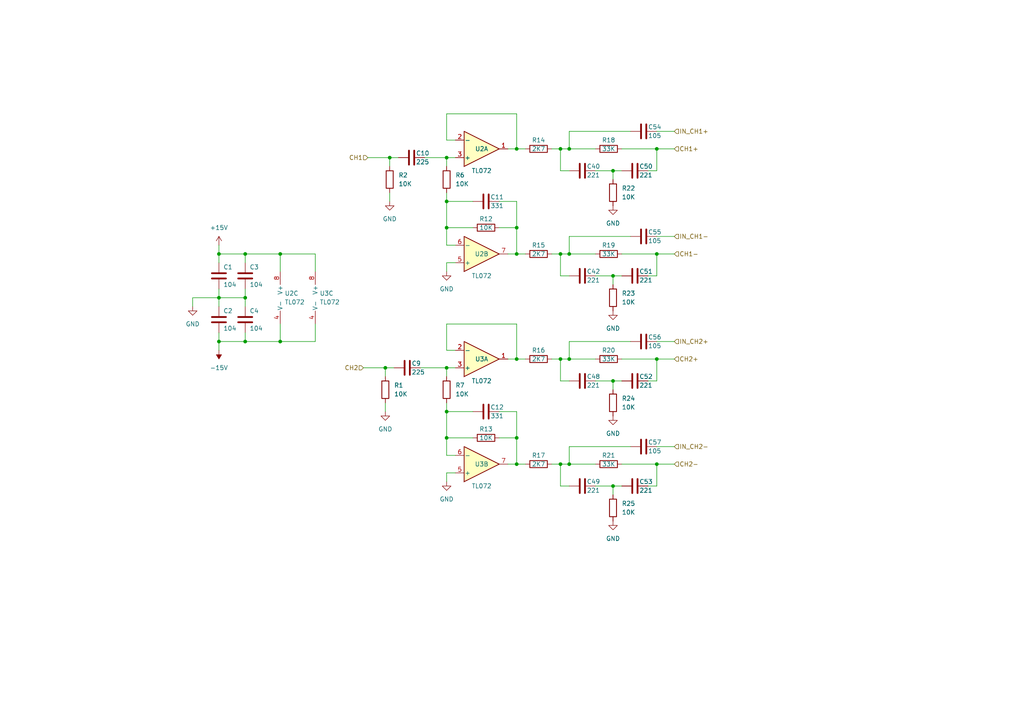
<source format=kicad_sch>
(kicad_sch (version 20231120) (generator "eeschema") (generator_version "8.0")
  (paper "A4")
  (lib_symbols
    (symbol "Amplifier_Operational:TL072" (pin_names (offset 0.127))
      (property "Reference" "U" (at 0 5.08 0))
      (property "Value" "TL072" (at 0 -5.08 0))
      (symbol "TL072_1_1"
        (polyline (pts (xy -5.08 5.08) (xy 5.08 0) (xy -5.08 -5.08) (xy -5.08 5.08)) (stroke (width 0.254)) (fill (type background)))
        (pin output line (at 7.62 0 180) (length 2.54) (name "~") (number "1"))
        (pin input line (at -7.62 -2.54 0) (length 2.54) (name "-") (number "2"))
        (pin input line (at -7.62 2.54 0) (length 2.54) (name "+") (number "3"))
      )
      (symbol "TL072_2_1"
        (polyline (pts (xy -5.08 5.08) (xy 5.08 0) (xy -5.08 -5.08) (xy -5.08 5.08)) (stroke (width 0.254)) (fill (type background)))
        (pin input line (at -7.62 2.54 0) (length 2.54) (name "+") (number "5"))
        (pin input line (at -7.62 -2.54 0) (length 2.54) (name "-") (number "6"))
        (pin output line (at 7.62 0 180) (length 2.54) (name "~") (number "7"))
      )
      (symbol "TL072_3_1"
        (pin power_in line (at -2.54 -7.62 90) (length 3.81) (name "V-") (number "4"))
        (pin power_in line (at -2.54 7.62 270) (length 3.81) (name "V+") (number "8"))
      )
    )
    (symbol "Device:C" (pin_numbers hide) (pin_names (offset 0.254))
      (property "Reference" "C" (at 0.635 2.54 0))
      (property "Value" "C" (at 0.635 -2.54 0))
      (symbol "C_0_1"
        (polyline (pts (xy -2.032 -0.762) (xy 2.032 -0.762)) (stroke (width 0.508)))
        (polyline (pts (xy -2.032 0.762) (xy 2.032 0.762)) (stroke (width 0.508)))
      )
      (symbol "C_1_1"
        (pin passive line (at 0 3.81 270) (length 2.794) (name "~") (number "1"))
        (pin passive line (at 0 -3.81 90) (length 2.794) (name "~") (number "2"))
      )
    )
    (symbol "Device:R" (pin_numbers hide) (pin_names (offset 0))
      (property "Reference" "R" (at 2.032 0 90))
      (property "Value" "R" (at 0 0 90))
      (symbol "R_0_1"
        (rectangle (start -1.016 -2.54) (end 1.016 2.54) (stroke (width 0.254)))
      )
      (symbol "R_1_1"
        (pin passive line (at 0 3.81 270) (length 1.27) (name "~") (number "1"))
        (pin passive line (at 0 -3.81 90) (length 1.27) (name "~") (number "2"))
      )
    )
    (symbol "power:+15V" (power) (pin_names (offset 0))
      (property "Value" "+15V" (at 0 3.556 0))
      (symbol "+15V_0_1"
        (polyline (pts (xy -0.762 1.27) (xy 0 2.54)))
        (polyline (pts (xy 0 0) (xy 0 2.54)))
        (polyline (pts (xy 0 2.54) (xy 0.762 1.27)))
      )
      (symbol "+15V_1_1"
        (pin power_in line (at 0 0 90) (length 0) hide (name "+15V") (number "1"))
      )
    )
    (symbol "power:-15V" (power) (pin_names (offset 0))
      (property "Value" "-15V" (at 0 3.81 0))
      (symbol "-15V_0_0"
        (pin power_in line (at 0 0 90) (length 0) hide (name "-15V") (number "1"))
      )
      (symbol "-15V_0_1"
        (polyline (pts (xy 0 0) (xy 0 1.27) (xy 0.762 1.27) (xy 0 2.54) (xy -0.762 1.27) (xy 0 1.27)) (fill (type outline)))
      )
    )
    (symbol "power:GND" (power) (pin_names (offset 0))
      (property "Value" "GND" (at 0 -3.81 0))
      (symbol "GND_0_1"
        (polyline (pts (xy 0 0) (xy 0 -1.27) (xy 1.27 -1.27) (xy 0 -2.54) (xy -1.27 -1.27) (xy 0 -1.27)))
      )
      (symbol "GND_1_1"
        (pin power_in line (at 0 0 270) (length 0) hide (name "GND") (number "1"))
      )
    )
  )
  (junction (at 165.1 73.66))
  (junction (at 81.28 99.06))
  (junction (at 162.56 73.66))
  (junction (at 111.76 106.68))
  (junction (at 190.5 134.62))
  (junction (at 177.8 140.97))
  (junction (at 71.12 73.66))
  (junction (at 129.54 58.42))
  (junction (at 129.54 45.72))
  (junction (at 63.5 73.66))
  (junction (at 165.1 104.14))
  (junction (at 162.56 43.18))
  (junction (at 162.56 134.62))
  (junction (at 177.8 49.53))
  (junction (at 129.54 119.38))
  (junction (at 165.1 134.62))
  (junction (at 81.28 73.66))
  (junction (at 177.8 110.49))
  (junction (at 149.86 104.14))
  (junction (at 63.5 86.36))
  (junction (at 149.86 73.66))
  (junction (at 71.12 86.36))
  (junction (at 113.03 45.72))
  (junction (at 162.56 104.14))
  (junction (at 149.86 127))
  (junction (at 177.8 80.01))
  (junction (at 129.54 66.04))
  (junction (at 190.5 43.18))
  (junction (at 149.86 66.04))
  (junction (at 129.54 106.68))
  (junction (at 165.1 43.18))
  (junction (at 149.86 43.18))
  (junction (at 63.5 99.06))
  (junction (at 190.5 104.14))
  (junction (at 71.12 99.06))
  (junction (at 149.86 134.62))
  (junction (at 190.5 73.66))
  (junction (at 129.54 127))
  (wire (pts (xy 190.5 104.14) (xy 190.5 110.49)))
  (wire (pts (xy 113.03 45.72) (xy 113.03 48.26)))
  (wire (pts (xy 55.88 86.36) (xy 55.88 88.9)))
  (wire (pts (xy 121.92 106.68) (xy 129.54 106.68)))
  (wire (pts (xy 149.86 127) (xy 149.86 134.62)))
  (wire (pts (xy 129.54 40.64) (xy 132.08 40.64)))
  (wire (pts (xy 165.1 99.06) (xy 165.1 104.14)))
  (wire (pts (xy 71.12 73.66) (xy 71.12 76.2)))
  (wire (pts (xy 71.12 96.52) (xy 71.12 99.06)))
  (wire (pts (xy 63.5 86.36) (xy 55.88 86.36)))
  (wire (pts (xy 162.56 134.62) (xy 162.56 140.97)))
  (wire (pts (xy 63.5 99.06) (xy 63.5 101.6)))
  (wire (pts (xy 165.1 129.54) (xy 165.1 134.62)))
  (wire (pts (xy 177.8 80.01) (xy 177.8 82.55)))
  (wire (pts (xy 172.72 43.18) (xy 165.1 43.18)))
  (wire (pts (xy 149.86 104.14) (xy 152.4 104.14)))
  (wire (pts (xy 190.5 134.62) (xy 195.58 134.62)))
  (wire (pts (xy 71.12 99.06) (xy 81.28 99.06)))
  (wire (pts (xy 165.1 73.66) (xy 162.56 73.66)))
  (wire (pts (xy 132.08 137.16) (xy 129.54 137.16)))
  (wire (pts (xy 190.5 38.1) (xy 195.58 38.1)))
  (wire (pts (xy 165.1 134.62) (xy 162.56 134.62)))
  (wire (pts (xy 147.32 43.18) (xy 149.86 43.18)))
  (wire (pts (xy 132.08 132.08) (xy 129.54 132.08)))
  (wire (pts (xy 177.8 110.49) (xy 180.34 110.49)))
  (wire (pts (xy 177.8 140.97) (xy 177.8 143.51)))
  (wire (pts (xy 180.34 43.18) (xy 190.5 43.18)))
  (wire (pts (xy 190.5 80.01) (xy 187.96 80.01)))
  (wire (pts (xy 162.56 104.14) (xy 162.56 110.49)))
  (wire (pts (xy 63.5 76.2) (xy 63.5 73.66)))
  (wire (pts (xy 129.54 116.84) (xy 129.54 119.38)))
  (wire (pts (xy 129.54 93.98) (xy 149.86 93.98)))
  (wire (pts (xy 180.34 104.14) (xy 190.5 104.14)))
  (wire (pts (xy 129.54 127) (xy 137.16 127)))
  (wire (pts (xy 147.32 73.66) (xy 149.86 73.66)))
  (wire (pts (xy 111.76 106.68) (xy 114.3 106.68)))
  (wire (pts (xy 129.54 45.72) (xy 129.54 48.26)))
  (wire (pts (xy 162.56 110.49) (xy 165.1 110.49)))
  (wire (pts (xy 182.88 99.06) (xy 165.1 99.06)))
  (wire (pts (xy 129.54 119.38) (xy 137.16 119.38)))
  (wire (pts (xy 63.5 96.52) (xy 63.5 99.06)))
  (wire (pts (xy 111.76 106.68) (xy 111.76 109.22)))
  (wire (pts (xy 129.54 40.64) (xy 129.54 33.02)))
  (wire (pts (xy 177.8 49.53) (xy 177.8 52.07)))
  (wire (pts (xy 81.28 93.98) (xy 81.28 99.06)))
  (wire (pts (xy 160.02 134.62) (xy 162.56 134.62)))
  (wire (pts (xy 144.78 66.04) (xy 149.86 66.04)))
  (wire (pts (xy 71.12 83.82) (xy 71.12 86.36)))
  (wire (pts (xy 123.19 45.72) (xy 129.54 45.72)))
  (wire (pts (xy 105.41 106.68) (xy 111.76 106.68)))
  (wire (pts (xy 160.02 104.14) (xy 162.56 104.14)))
  (wire (pts (xy 106.68 45.72) (xy 113.03 45.72)))
  (wire (pts (xy 160.02 43.18) (xy 162.56 43.18)))
  (wire (pts (xy 149.86 93.98) (xy 149.86 104.14)))
  (wire (pts (xy 190.5 140.97) (xy 187.96 140.97)))
  (wire (pts (xy 63.5 86.36) (xy 71.12 86.36)))
  (wire (pts (xy 172.72 73.66) (xy 165.1 73.66)))
  (wire (pts (xy 149.86 66.04) (xy 149.86 73.66)))
  (wire (pts (xy 129.54 76.2) (xy 129.54 78.74)))
  (wire (pts (xy 182.88 68.58) (xy 165.1 68.58)))
  (wire (pts (xy 129.54 33.02) (xy 149.86 33.02)))
  (wire (pts (xy 190.5 43.18) (xy 195.58 43.18)))
  (wire (pts (xy 129.54 66.04) (xy 129.54 71.12)))
  (wire (pts (xy 190.5 49.53) (xy 187.96 49.53)))
  (wire (pts (xy 162.56 140.97) (xy 165.1 140.97)))
  (wire (pts (xy 129.54 101.6) (xy 129.54 93.98)))
  (wire (pts (xy 162.56 49.53) (xy 165.1 49.53)))
  (wire (pts (xy 132.08 76.2) (xy 129.54 76.2)))
  (wire (pts (xy 91.44 73.66) (xy 91.44 78.74)))
  (wire (pts (xy 113.03 55.88) (xy 113.03 58.42)))
  (wire (pts (xy 172.72 104.14) (xy 165.1 104.14)))
  (wire (pts (xy 162.56 73.66) (xy 162.56 80.01)))
  (wire (pts (xy 190.5 99.06) (xy 195.58 99.06)))
  (wire (pts (xy 129.54 127) (xy 129.54 132.08)))
  (wire (pts (xy 63.5 86.36) (xy 63.5 88.9)))
  (wire (pts (xy 165.1 104.14) (xy 162.56 104.14)))
  (wire (pts (xy 180.34 73.66) (xy 190.5 73.66)))
  (wire (pts (xy 165.1 68.58) (xy 165.1 73.66)))
  (wire (pts (xy 129.54 66.04) (xy 137.16 66.04)))
  (wire (pts (xy 172.72 140.97) (xy 177.8 140.97)))
  (wire (pts (xy 160.02 73.66) (xy 162.56 73.66)))
  (wire (pts (xy 190.5 129.54) (xy 195.58 129.54)))
  (wire (pts (xy 149.86 73.66) (xy 152.4 73.66)))
  (wire (pts (xy 177.8 140.97) (xy 180.34 140.97)))
  (wire (pts (xy 132.08 45.72) (xy 129.54 45.72)))
  (wire (pts (xy 190.5 73.66) (xy 195.58 73.66)))
  (wire (pts (xy 132.08 71.12) (xy 129.54 71.12)))
  (wire (pts (xy 129.54 58.42) (xy 137.16 58.42)))
  (wire (pts (xy 144.78 119.38) (xy 149.86 119.38)))
  (wire (pts (xy 91.44 99.06) (xy 91.44 93.98)))
  (wire (pts (xy 172.72 49.53) (xy 177.8 49.53)))
  (wire (pts (xy 81.28 99.06) (xy 91.44 99.06)))
  (wire (pts (xy 129.54 58.42) (xy 129.54 66.04)))
  (wire (pts (xy 182.88 38.1) (xy 165.1 38.1)))
  (wire (pts (xy 177.8 110.49) (xy 177.8 113.03)))
  (wire (pts (xy 177.8 49.53) (xy 180.34 49.53)))
  (wire (pts (xy 71.12 86.36) (xy 71.12 88.9)))
  (wire (pts (xy 63.5 73.66) (xy 71.12 73.66)))
  (wire (pts (xy 172.72 110.49) (xy 177.8 110.49)))
  (wire (pts (xy 172.72 80.01) (xy 177.8 80.01)))
  (wire (pts (xy 182.88 129.54) (xy 165.1 129.54)))
  (wire (pts (xy 113.03 45.72) (xy 115.57 45.72)))
  (wire (pts (xy 71.12 73.66) (xy 81.28 73.66)))
  (wire (pts (xy 63.5 83.82) (xy 63.5 86.36)))
  (wire (pts (xy 63.5 71.12) (xy 63.5 73.66)))
  (wire (pts (xy 129.54 119.38) (xy 129.54 127)))
  (wire (pts (xy 81.28 73.66) (xy 81.28 78.74)))
  (wire (pts (xy 149.86 43.18) (xy 152.4 43.18)))
  (wire (pts (xy 162.56 80.01) (xy 165.1 80.01)))
  (wire (pts (xy 172.72 134.62) (xy 165.1 134.62)))
  (wire (pts (xy 81.28 73.66) (xy 91.44 73.66)))
  (wire (pts (xy 190.5 104.14) (xy 195.58 104.14)))
  (wire (pts (xy 147.32 134.62) (xy 149.86 134.62)))
  (wire (pts (xy 165.1 38.1) (xy 165.1 43.18)))
  (wire (pts (xy 129.54 106.68) (xy 129.54 109.22)))
  (wire (pts (xy 129.54 55.88) (xy 129.54 58.42)))
  (wire (pts (xy 147.32 104.14) (xy 149.86 104.14)))
  (wire (pts (xy 149.86 134.62) (xy 152.4 134.62)))
  (wire (pts (xy 149.86 58.42) (xy 149.86 66.04)))
  (wire (pts (xy 190.5 43.18) (xy 190.5 49.53)))
  (wire (pts (xy 190.5 110.49) (xy 187.96 110.49)))
  (wire (pts (xy 162.56 43.18) (xy 162.56 49.53)))
  (wire (pts (xy 144.78 127) (xy 149.86 127)))
  (wire (pts (xy 129.54 137.16) (xy 129.54 139.7)))
  (wire (pts (xy 190.5 68.58) (xy 195.58 68.58)))
  (wire (pts (xy 132.08 106.68) (xy 129.54 106.68)))
  (wire (pts (xy 144.78 58.42) (xy 149.86 58.42)))
  (wire (pts (xy 190.5 134.62) (xy 190.5 140.97)))
  (wire (pts (xy 180.34 134.62) (xy 190.5 134.62)))
  (wire (pts (xy 111.76 116.84) (xy 111.76 119.38)))
  (wire (pts (xy 165.1 43.18) (xy 162.56 43.18)))
  (wire (pts (xy 149.86 119.38) (xy 149.86 127)))
  (wire (pts (xy 190.5 73.66) (xy 190.5 80.01)))
  (wire (pts (xy 149.86 33.02) (xy 149.86 43.18)))
  (wire (pts (xy 177.8 80.01) (xy 180.34 80.01)))
  (wire (pts (xy 63.5 99.06) (xy 71.12 99.06)))
  (wire (pts (xy 129.54 101.6) (xy 132.08 101.6)))
  (hierarchical_label "IN_CH1+" (shape input) (at 195.58 38.1 0))
  (hierarchical_label "CH1+" (shape input) (at 195.58 43.18 0))
  (hierarchical_label "CH2+" (shape input) (at 195.58 104.14 0))
  (hierarchical_label "IN_CH2+" (shape input) (at 195.58 99.06 0))
  (hierarchical_label "CH1" (shape input) (at 106.68 45.72 180))
  (hierarchical_label "CH2-" (shape input) (at 195.58 134.62 0))
  (hierarchical_label "CH1-" (shape input) (at 195.58 73.66 0))
  (hierarchical_label "IN_CH1-" (shape input) (at 195.58 68.58 0))
  (hierarchical_label "CH2" (shape input) (at 105.41 106.68 180))
  (hierarchical_label "IN_CH2-" (shape input) (at 195.58 129.54 0))
  (symbol (lib_id "Device:C") (at 184.15 140.97 90) (unit 1)
    (property "Reference" "C53" (at 185.42 139.7 90) (effects (justify right)))
    (property "Value" "221" (at 185.42 142.24 90) (effects (justify right)))
    (property "Footprint" "Capacitor_SMD:C_0805_2012Metric" (effects (hide yes)))
  )
  (symbol (lib_id "power:GND") (at 111.76 119.38 0) (unit 1)
    (property "Reference" "#PWR0108" (effects (hide yes)))
    (property "Value" "GND" (at 111.76 124.46 0))
  )
  (symbol (lib_id "Device:C") (at 63.5 92.71 0) (unit 1)
    (property "Reference" "C2" (at 64.77 90.17 0) (effects (justify left)))
    (property "Value" "104" (at 64.77 95.25 0) (effects (justify left)))
    (property "Footprint" "Capacitor_SMD:C_0805_2012Metric" (effects (hide yes)))
  )
  (symbol (lib_id "Device:C") (at 184.15 80.01 90) (unit 1)
    (property "Reference" "C51" (at 185.42 78.74 90) (effects (justify right)))
    (property "Value" "221" (at 185.42 81.28 90) (effects (justify right)))
    (property "Footprint" "Capacitor_SMD:C_0805_2012Metric" (effects (hide yes)))
  )
  (symbol (lib_id "Amplifier_Operational:TL072") (at 93.98 86.36 0) (unit 3)
    (property "Reference" "U3" (at 92.71 85.0899 0) (effects (justify left)))
    (property "Value" "TL072" (at 92.71 87.6299 0) (effects (justify left)))
    (property "Footprint" "Package_SO:SOIC-8_3.9x4.9mm_P1.27mm" (effects (hide yes)))
    (property "Datasheet" "http://www.ti.com/lit/ds/symlink/tl071.pdf" (effects (hide yes)))
  )
  (symbol (lib_id "Device:C") (at 184.15 110.49 90) (unit 1)
    (property "Reference" "C52" (at 185.42 109.22 90) (effects (justify right)))
    (property "Value" "221" (at 185.42 111.76 90) (effects (justify right)))
    (property "Footprint" "Capacitor_SMD:C_0805_2012Metric" (effects (hide yes)))
  )
  (symbol (lib_id "power:GND") (at 113.03 58.42 0) (unit 1)
    (property "Reference" "#PWR0122" (effects (hide yes)))
    (property "Value" "GND" (at 113.03 63.5 0))
  )
  (symbol (lib_id "Device:R") (at 129.54 52.07 0) (unit 1)
    (property "Reference" "R6" (at 132.08 50.7999 0) (effects (justify left)))
    (property "Value" "10K" (at 132.08 53.3399 0) (effects (justify left)))
    (property "Footprint" "Resistor_SMD:R_0805_2012Metric" (effects (hide yes)))
  )
  (symbol (lib_id "Device:C") (at 186.69 38.1 90) (unit 1)
    (property "Reference" "C54" (at 187.96 36.83 90) (effects (justify right)))
    (property "Value" "105" (at 187.96 39.37 90) (effects (justify right)))
    (property "Footprint" "Capacitor_SMD:C_0805_2012Metric" (effects (hide yes)))
  )
  (symbol (lib_id "Device:C") (at 184.15 49.53 90) (unit 1)
    (property "Reference" "C50" (at 185.42 48.26 90) (effects (justify right)))
    (property "Value" "221" (at 185.42 50.8 90) (effects (justify right)))
    (property "Footprint" "Capacitor_SMD:C_0805_2012Metric" (effects (hide yes)))
  )
  (symbol (lib_id "Device:C") (at 186.69 68.58 90) (unit 1)
    (property "Reference" "C55" (at 187.96 67.31 90) (effects (justify right)))
    (property "Value" "105" (at 187.96 69.85 90) (effects (justify right)))
    (property "Footprint" "Capacitor_SMD:C_0805_2012Metric" (effects (hide yes)))
  )
  (symbol (lib_id "power:GND") (at 129.54 78.74 0) (unit 1)
    (property "Reference" "#PWR0123" (effects (hide yes)))
    (property "Value" "GND" (at 129.54 83.82 0))
  )
  (symbol (lib_id "Device:C") (at 71.12 80.01 0) (unit 1)
    (property "Reference" "C3" (at 72.39 77.47 0) (effects (justify left)))
    (property "Value" "104" (at 72.39 82.55 0) (effects (justify left)))
    (property "Footprint" "Capacitor_SMD:C_0805_2012Metric" (effects (hide yes)))
  )
  (symbol (lib_id "Device:R") (at 177.8 55.88 0) (unit 1)
    (property "Reference" "R22" (at 180.34 54.6099 0) (effects (justify left)))
    (property "Value" "10K" (at 180.34 57.1499 0) (effects (justify left)))
    (property "Footprint" "Resistor_SMD:R_0805_2012Metric" (effects (hide yes)))
  )
  (symbol (lib_id "power:+15V") (at 63.5 71.12 0) (unit 1)
    (property "Reference" "#PWR0124" (effects (hide yes)))
    (property "Value" "+15V" (at 63.5 66.04 0))
  )
  (symbol (lib_id "Device:C") (at 168.91 110.49 90) (unit 1)
    (property "Reference" "C48" (at 170.18 109.22 90) (effects (justify right)))
    (property "Value" "221" (at 170.18 111.76 90) (effects (justify right)))
    (property "Footprint" "Capacitor_SMD:C_0805_2012Metric" (effects (hide yes)))
  )
  (symbol (lib_id "Device:R") (at 177.8 147.32 0) (unit 1)
    (property "Reference" "R25" (at 180.34 146.0499 0) (effects (justify left)))
    (property "Value" "10K" (at 180.34 148.5899 0) (effects (justify left)))
    (property "Footprint" "Resistor_SMD:R_0805_2012Metric" (effects (hide yes)))
  )
  (symbol (lib_id "Device:R") (at 176.53 43.18 270) (unit 1)
    (property "Reference" "R18" (at 176.53 40.64 90))
    (property "Value" "33K" (at 176.53 43.18 90))
    (property "Footprint" "Resistor_SMD:R_0805_2012Metric" (effects (hide yes)))
  )
  (symbol (lib_id "power:GND") (at 177.8 90.17 0) (unit 1)
    (property "Reference" "#PWR0126" (effects (hide yes)))
    (property "Value" "GND" (at 177.8 95.25 0))
  )
  (symbol (lib_id "Device:R") (at 176.53 104.14 270) (unit 1)
    (property "Reference" "R20" (at 176.53 101.6 90))
    (property "Value" "33K" (at 176.53 104.14 90))
    (property "Footprint" "Resistor_SMD:R_0805_2012Metric" (effects (hide yes)))
  )
  (symbol (lib_id "Device:C") (at 140.97 119.38 90) (unit 1)
    (property "Reference" "C12" (at 142.24 118.11 90) (effects (justify right)))
    (property "Value" "331" (at 142.24 120.65 90) (effects (justify right)))
    (property "Footprint" "Capacitor_SMD:C_0805_2012Metric" (effects (hide yes)))
  )
  (symbol (lib_id "Device:C") (at 118.11 106.68 90) (unit 1)
    (property "Reference" "C9" (at 119.38 105.41 90) (effects (justify right)))
    (property "Value" "225" (at 119.38 107.95 90) (effects (justify right)))
    (property "Footprint" "Capacitor_SMD:C_1210_3225Metric" (effects (hide yes)))
  )
  (symbol (lib_id "Device:C") (at 71.12 92.71 0) (unit 1)
    (property "Reference" "C4" (at 72.39 90.17 0) (effects (justify left)))
    (property "Value" "104" (at 72.39 95.25 0) (effects (justify left)))
    (property "Footprint" "Capacitor_SMD:C_0805_2012Metric" (effects (hide yes)))
  )
  (symbol (lib_id "Device:C") (at 186.69 99.06 90) (unit 1)
    (property "Reference" "C56" (at 187.96 97.79 90) (effects (justify right)))
    (property "Value" "105" (at 187.96 100.33 90) (effects (justify right)))
    (property "Footprint" "Capacitor_SMD:C_0805_2012Metric" (effects (hide yes)))
  )
  (symbol (lib_id "power:GND") (at 55.88 88.9 0) (unit 1)
    (property "Reference" "#PWR0118" (effects (hide yes)))
    (property "Value" "GND" (at 55.88 93.98 0))
  )
  (symbol (lib_id "power:GND") (at 177.8 120.65 0) (unit 1)
    (property "Reference" "#PWR0121" (effects (hide yes)))
    (property "Value" "GND" (at 177.8 125.73 0))
  )
  (symbol (lib_id "Device:R") (at 140.97 127 270) (unit 1)
    (property "Reference" "R13" (at 140.97 124.46 90))
    (property "Value" "10K" (at 140.97 127 90))
    (property "Footprint" "Resistor_SMD:R_0805_2012Metric" (effects (hide yes)))
  )
  (symbol (lib_id "Amplifier_Operational:TL072") (at 139.7 134.62 0) (mirror x) (unit 2)
    (property "Reference" "U3" (at 139.7 134.62 0))
    (property "Value" "TL072" (at 139.7 140.97 0))
    (property "Footprint" "Package_SO:SOIC-8_3.9x4.9mm_P1.27mm" (effects (hide yes)))
    (property "Datasheet" "http://www.ti.com/lit/ds/symlink/tl071.pdf" (effects (hide yes)))
  )
  (symbol (lib_id "Device:R") (at 177.8 116.84 0) (unit 1)
    (property "Reference" "R24" (at 180.34 115.5699 0) (effects (justify left)))
    (property "Value" "10K" (at 180.34 118.1099 0) (effects (justify left)))
    (property "Footprint" "Resistor_SMD:R_0805_2012Metric" (effects (hide yes)))
  )
  (symbol (lib_id "Device:R") (at 129.54 113.03 0) (unit 1)
    (property "Reference" "R7" (at 132.08 111.7599 0) (effects (justify left)))
    (property "Value" "10K" (at 132.08 114.2999 0) (effects (justify left)))
    (property "Footprint" "Resistor_SMD:R_0805_2012Metric" (effects (hide yes)))
  )
  (symbol (lib_id "power:GND") (at 177.8 151.13 0) (unit 1)
    (property "Reference" "#PWR0120" (effects (hide yes)))
    (property "Value" "GND" (at 177.8 156.21 0))
  )
  (symbol (lib_id "Amplifier_Operational:TL072") (at 139.7 104.14 0) (mirror x) (unit 1)
    (property "Reference" "U3" (at 139.7 104.14 0))
    (property "Value" "TL072" (at 139.7 110.49 0))
    (property "Footprint" "Package_SO:SOIC-8_3.9x4.9mm_P1.27mm" (effects (hide yes)))
    (property "Datasheet" "http://www.ti.com/lit/ds/symlink/tl071.pdf" (effects (hide yes)))
  )
  (symbol (lib_id "power:-15V") (at 63.5 101.6 0) (mirror x) (unit 1)
    (property "Reference" "#PWR0119" (effects (hide yes)))
    (property "Value" "-15V" (at 63.5 106.68 0))
  )
  (symbol (lib_id "Device:R") (at 113.03 52.07 0) (unit 1)
    (property "Reference" "R2" (at 115.57 50.7999 0) (effects (justify left)))
    (property "Value" "10K" (at 115.57 53.3399 0) (effects (justify left)))
    (property "Footprint" "Resistor_SMD:R_0805_2012Metric" (effects (hide yes)))
  )
  (symbol (lib_id "Device:R") (at 176.53 73.66 270) (unit 1)
    (property "Reference" "R19" (at 176.53 71.12 90))
    (property "Value" "33K" (at 176.53 73.66 90))
    (property "Footprint" "Resistor_SMD:R_0805_2012Metric" (effects (hide yes)))
  )
  (symbol (lib_id "Device:R") (at 156.21 134.62 270) (unit 1)
    (property "Reference" "R17" (at 156.21 132.08 90))
    (property "Value" "2K7" (at 156.21 134.62 90))
    (property "Footprint" "Resistor_SMD:R_0805_2012Metric" (effects (hide yes)))
  )
  (symbol (lib_id "Device:C") (at 186.69 129.54 90) (unit 1)
    (property "Reference" "C57" (at 187.96 128.27 90) (effects (justify right)))
    (property "Value" "105" (at 187.96 130.81 90) (effects (justify right)))
    (property "Footprint" "Capacitor_SMD:C_0805_2012Metric" (effects (hide yes)))
  )
  (symbol (lib_id "Device:R") (at 177.8 86.36 0) (unit 1)
    (property "Reference" "R23" (at 180.34 85.0899 0) (effects (justify left)))
    (property "Value" "10K" (at 180.34 87.6299 0) (effects (justify left)))
    (property "Footprint" "Resistor_SMD:R_0805_2012Metric" (effects (hide yes)))
  )
  (symbol (lib_id "Device:R") (at 111.76 113.03 0) (unit 1)
    (property "Reference" "R1" (at 114.3 111.7599 0) (effects (justify left)))
    (property "Value" "10K" (at 114.3 114.2999 0) (effects (justify left)))
    (property "Footprint" "Resistor_SMD:R_0805_2012Metric" (effects (hide yes)))
  )
  (symbol (lib_id "Device:C") (at 168.91 140.97 90) (unit 1)
    (property "Reference" "C49" (at 170.18 139.7 90) (effects (justify right)))
    (property "Value" "221" (at 170.18 142.24 90) (effects (justify right)))
    (property "Footprint" "Capacitor_SMD:C_0805_2012Metric" (effects (hide yes)))
  )
  (symbol (lib_id "Device:R") (at 176.53 134.62 270) (unit 1)
    (property "Reference" "R21" (at 176.53 132.08 90))
    (property "Value" "33K" (at 176.53 134.62 90))
    (property "Footprint" "Resistor_SMD:R_0805_2012Metric" (effects (hide yes)))
  )
  (symbol (lib_id "Device:R") (at 156.21 43.18 270) (unit 1)
    (property "Reference" "R14" (at 156.21 40.64 90))
    (property "Value" "2K7" (at 156.21 43.18 90))
    (property "Footprint" "Resistor_SMD:R_0805_2012Metric" (effects (hide yes)))
  )
  (symbol (lib_id "Amplifier_Operational:TL072") (at 139.7 73.66 0) (mirror x) (unit 2)
    (property "Reference" "U2" (at 139.7 73.66 0))
    (property "Value" "TL072" (at 139.7 80.01 0))
    (property "Footprint" "Package_SO:SOIC-8_3.9x4.9mm_P1.27mm" (effects (hide yes)))
    (property "Datasheet" "http://www.ti.com/lit/ds/symlink/tl071.pdf" (effects (hide yes)))
  )
  (symbol (lib_id "Device:R") (at 156.21 73.66 270) (unit 1)
    (property "Reference" "R15" (at 156.21 71.12 90))
    (property "Value" "2K7" (at 156.21 73.66 90))
    (property "Footprint" "Resistor_SMD:R_0805_2012Metric" (effects (hide yes)))
  )
  (symbol (lib_id "Device:C") (at 63.5 80.01 0) (unit 1)
    (property "Reference" "C1" (at 64.77 77.47 0) (effects (justify left)))
    (property "Value" "104" (at 64.77 82.55 0) (effects (justify left)))
    (property "Footprint" "Capacitor_SMD:C_0805_2012Metric" (effects (hide yes)))
  )
  (symbol (lib_id "Device:C") (at 119.38 45.72 90) (unit 1)
    (property "Reference" "C10" (at 120.65 44.45 90) (effects (justify right)))
    (property "Value" "225" (at 120.65 46.99 90) (effects (justify right)))
    (property "Footprint" "Capacitor_SMD:C_1210_3225Metric" (effects (hide yes)))
  )
  (symbol (lib_id "Device:C") (at 140.97 58.42 90) (unit 1)
    (property "Reference" "C11" (at 142.24 57.15 90) (effects (justify right)))
    (property "Value" "331" (at 142.24 59.69 90) (effects (justify right)))
    (property "Footprint" "Capacitor_SMD:C_0805_2012Metric" (effects (hide yes)))
  )
  (symbol (lib_id "Device:R") (at 156.21 104.14 270) (unit 1)
    (property "Reference" "R16" (at 156.21 101.6 90))
    (property "Value" "2K7" (at 156.21 104.14 90))
    (property "Footprint" "Resistor_SMD:R_0805_2012Metric" (effects (hide yes)))
  )
  (symbol (lib_id "Device:C") (at 168.91 80.01 90) (unit 1)
    (property "Reference" "C42" (at 170.18 78.74 90) (effects (justify right)))
    (property "Value" "221" (at 170.18 81.28 90) (effects (justify right)))
    (property "Footprint" "Capacitor_SMD:C_0805_2012Metric" (effects (hide yes)))
  )
  (symbol (lib_id "Device:C") (at 168.91 49.53 90) (unit 1)
    (property "Reference" "C40" (at 170.18 48.26 90) (effects (justify right)))
    (property "Value" "221" (at 170.18 50.8 90) (effects (justify right)))
    (property "Footprint" "Capacitor_SMD:C_0805_2012Metric" (effects (hide yes)))
  )
  (symbol (lib_id "power:GND") (at 177.8 59.69 0) (unit 1)
    (property "Reference" "#PWR0107" (effects (hide yes)))
    (property "Value" "GND" (at 177.8 64.77 0))
  )
  (symbol (lib_id "Amplifier_Operational:TL072") (at 83.82 86.36 0) (unit 3)
    (property "Reference" "U2" (at 82.55 85.0899 0) (effects (justify left)))
    (property "Value" "TL072" (at 82.55 87.6299 0) (effects (justify left)))
    (property "Footprint" "Package_SO:SOIC-8_3.9x4.9mm_P1.27mm" (effects (hide yes)))
    (property "Datasheet" "http://www.ti.com/lit/ds/symlink/tl071.pdf" (effects (hide yes)))
  )
  (symbol (lib_id "Amplifier_Operational:TL072") (at 139.7 43.18 0) (mirror x) (unit 1)
    (property "Reference" "U2" (at 139.7 43.18 0))
    (property "Value" "TL072" (at 139.7 49.53 0))
    (property "Footprint" "Package_SO:SOIC-8_3.9x4.9mm_P1.27mm" (effects (hide yes)))
    (property "Datasheet" "http://www.ti.com/lit/ds/symlink/tl071.pdf" (effects (hide yes)))
  )
  (symbol (lib_id "Device:R") (at 140.97 66.04 270) (unit 1)
    (property "Reference" "R12" (at 140.97 63.5 90))
    (property "Value" "10K" (at 140.97 66.04 90))
    (property "Footprint" "Resistor_SMD:R_0805_2012Metric" (effects (hide yes)))
  )
  (symbol (lib_id "power:GND") (at 129.54 139.7 0) (unit 1)
    (property "Reference" "#PWR0125" (effects (hide yes)))
    (property "Value" "GND" (at 129.54 144.78 0))
  )
)
</source>
